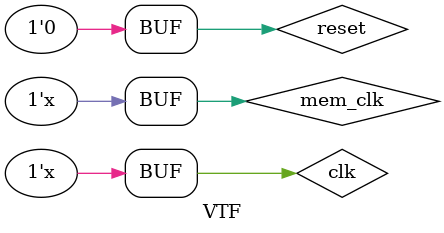
<source format=v>
`timescale 1ns/1ps
`include"headfile.v"

module VTF;

	reg reset;
	reg clk;
	reg mem_clk;

	M_CPU mcpu(
		.reset(reset),
		.clk(clk),
		.mem_clk(mem_clk)
	);

	initial begin
		reset = 0;
		clk = 0;
		mem_clk = 0;

	#10
	#10 reset = 1;
	#10 reset = 0;
	end

	always #10 clk = ~clk;
	always #25 mem_clk = ~mem_clk;

endmodule
	
</source>
